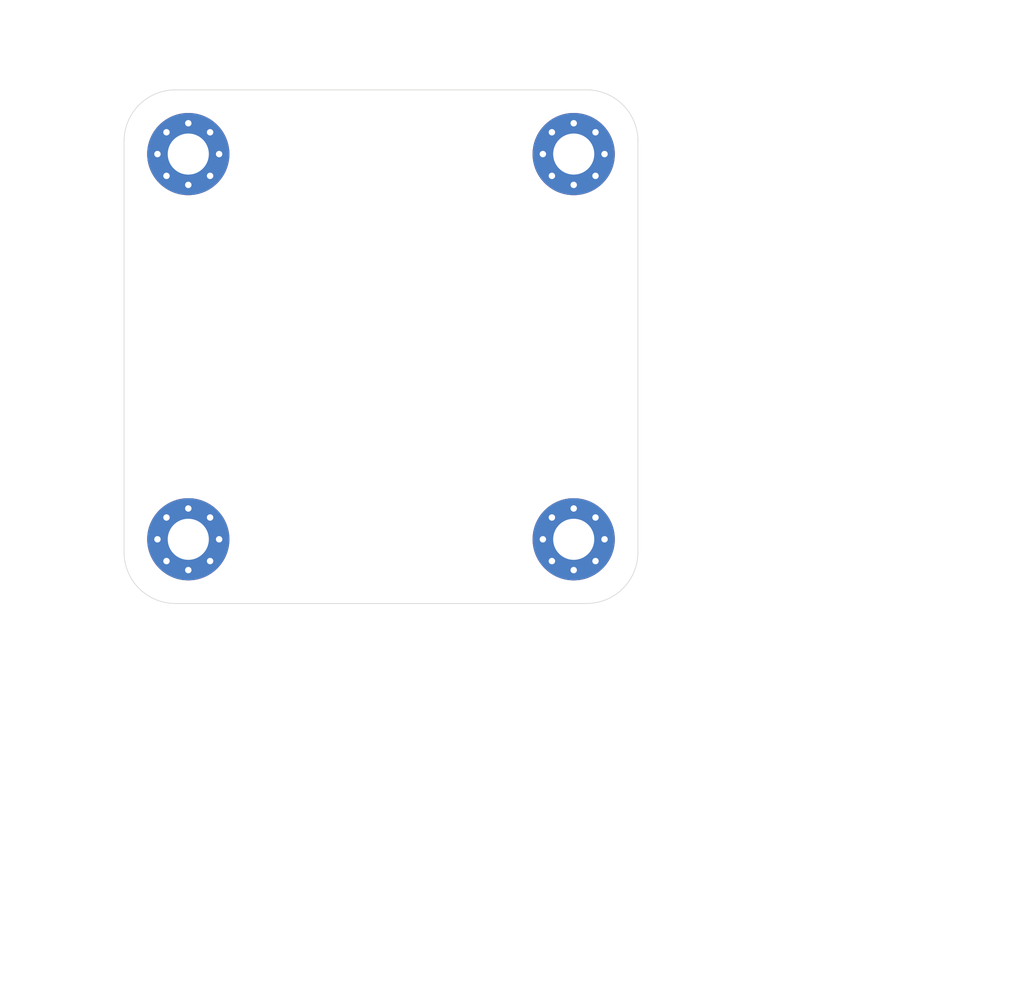
<source format=kicad_pcb>
(kicad_pcb (version 20241229) (generator "pcbnew") (generator_version "9.0")
  (layers (0 "F.Cu" signal) (4 "In1.Cu" signal) (6 "In2.Cu" signal) (2 "B.Cu" signal) (13 "F.Paste" user) (15 "B.Paste" user) (5 "F.SilkS" user "F.Silkscreen") (7 "B.SilkS" user "B.Silkscreen") (1 "F.Mask" user) (3 "B.Mask" user) (25 "Edge.Cuts" user))
  (net 0 "")
  (net 1 "GND")
  (footprint "MountingHole:MountingHole_3.2mm_M3_Pad_Via" (layer "F.Cu") (at 55 55)
    (property "Reference" "H1" (hide yes))
    (property "Value" "MountingHole_Pad")
    (pad "1" thru_hole circle (at -2.4 0) (size 0.8 0.8) (drill 0.5) (layers "*.Cu" "*.Mask") (net 1 "GND"))
    (pad "1" thru_hole circle (at -1.697056 -1.697056) (size 0.8 0.8) (drill 0.5) (layers "*.Cu" "*.Mask") (net 1 "GND"))
    (pad "1" thru_hole circle (at -1.697056 1.697056) (size 0.8 0.8) (drill 0.5) (layers "*.Cu" "*.Mask") (net 1 "GND"))
    (pad "1" thru_hole circle (at 0 -2.4) (size 0.8 0.8) (drill 0.5) (layers "*.Cu" "*.Mask") (net 1 "GND"))
    (pad "1" thru_hole circle (at 0 0) (size 6.4 6.4) (drill 3.2) (layers "*.Cu" "*.Mask") (net 1 "GND"))
    (pad "1" thru_hole circle (at 0 2.4) (size 0.8 0.8) (drill 0.5) (layers "*.Cu" "*.Mask") (net 1 "GND"))
    (pad "1" thru_hole circle (at 1.697056 -1.697056) (size 0.8 0.8) (drill 0.5) (layers "*.Cu" "*.Mask") (net 1 "GND"))
    (pad "1" thru_hole circle (at 1.697056 1.697056) (size 0.8 0.8) (drill 0.5) (layers "*.Cu" "*.Mask") (net 1 "GND"))
    (pad "1" thru_hole circle (at 2.4 0) (size 0.8 0.8) (drill 0.5) (layers "*.Cu" "*.Mask") (net 1 "GND"))
  )
  (footprint "MountingHole:MountingHole_3.2mm_M3_Pad_Via" (layer "F.Cu") (at 55 85)
    (property "Reference" "H3" (hide yes))
    (property "Value" "MountingHole_Pad")
    (pad "1" thru_hole circle (at -2.4 0) (size 0.8 0.8) (drill 0.5) (layers "*.Cu" "*.Mask") (net 1 "GND"))
    (pad "1" thru_hole circle (at -1.697056 -1.697056) (size 0.8 0.8) (drill 0.5) (layers "*.Cu" "*.Mask") (net 1 "GND"))
    (pad "1" thru_hole circle (at -1.697056 1.697056) (size 0.8 0.8) (drill 0.5) (layers "*.Cu" "*.Mask") (net 1 "GND"))
    (pad "1" thru_hole circle (at 0 -2.4) (size 0.8 0.8) (drill 0.5) (layers "*.Cu" "*.Mask") (net 1 "GND"))
    (pad "1" thru_hole circle (at 0 0) (size 6.4 6.4) (drill 3.2) (layers "*.Cu" "*.Mask") (net 1 "GND"))
    (pad "1" thru_hole circle (at 0 2.4) (size 0.8 0.8) (drill 0.5) (layers "*.Cu" "*.Mask") (net 1 "GND"))
    (pad "1" thru_hole circle (at 1.697056 -1.697056) (size 0.8 0.8) (drill 0.5) (layers "*.Cu" "*.Mask") (net 1 "GND"))
    (pad "1" thru_hole circle (at 1.697056 1.697056) (size 0.8 0.8) (drill 0.5) (layers "*.Cu" "*.Mask") (net 1 "GND"))
    (pad "1" thru_hole circle (at 2.4 0) (size 0.8 0.8) (drill 0.5) (layers "*.Cu" "*.Mask") (net 1 "GND"))
  )
  (footprint "MountingHole:MountingHole_3.2mm_M3_Pad_Via" (layer "F.Cu") (at 85 85)
    (property "Reference" "H4" (hide yes))
    (property "Value" "MountingHole_Pad")
    (pad "1" thru_hole circle (at -2.4 0) (size 0.8 0.8) (drill 0.5) (layers "*.Cu" "*.Mask") (net 1 "GND"))
    (pad "1" thru_hole circle (at -1.697056 -1.697056) (size 0.8 0.8) (drill 0.5) (layers "*.Cu" "*.Mask") (net 1 "GND"))
    (pad "1" thru_hole circle (at -1.697056 1.697056) (size 0.8 0.8) (drill 0.5) (layers "*.Cu" "*.Mask") (net 1 "GND"))
    (pad "1" thru_hole circle (at 0 -2.4) (size 0.8 0.8) (drill 0.5) (layers "*.Cu" "*.Mask") (net 1 "GND"))
    (pad "1" thru_hole circle (at 0 0) (size 6.4 6.4) (drill 3.2) (layers "*.Cu" "*.Mask") (net 1 "GND"))
    (pad "1" thru_hole circle (at 0 2.4) (size 0.8 0.8) (drill 0.5) (layers "*.Cu" "*.Mask") (net 1 "GND"))
    (pad "1" thru_hole circle (at 1.697056 -1.697056) (size 0.8 0.8) (drill 0.5) (layers "*.Cu" "*.Mask") (net 1 "GND"))
    (pad "1" thru_hole circle (at 1.697056 1.697056) (size 0.8 0.8) (drill 0.5) (layers "*.Cu" "*.Mask") (net 1 "GND"))
    (pad "1" thru_hole circle (at 2.4 0) (size 0.8 0.8) (drill 0.5) (layers "*.Cu" "*.Mask") (net 1 "GND"))
  )
  (footprint "MountingHole:MountingHole_3.2mm_M3_Pad_Via" (layer "F.Cu") (at 85 55)
    (property "Reference" "H2" (hide yes))
    (property "Value" "MountingHole_Pad")
    (pad "1" thru_hole circle (at -2.4 0) (size 0.8 0.8) (drill 0.5) (layers "*.Cu" "*.Mask") (net 1 "GND"))
    (pad "1" thru_hole circle (at -1.697056 -1.697056) (size 0.8 0.8) (drill 0.5) (layers "*.Cu" "*.Mask") (net 1 "GND"))
    (pad "1" thru_hole circle (at -1.697056 1.697056) (size 0.8 0.8) (drill 0.5) (layers "*.Cu" "*.Mask") (net 1 "GND"))
    (pad "1" thru_hole circle (at 0 -2.4) (size 0.8 0.8) (drill 0.5) (layers "*.Cu" "*.Mask") (net 1 "GND"))
    (pad "1" thru_hole circle (at 0 0) (size 6.4 6.4) (drill 3.2) (layers "*.Cu" "*.Mask") (net 1 "GND"))
    (pad "1" thru_hole circle (at 0 2.4) (size 0.8 0.8) (drill 0.5) (layers "*.Cu" "*.Mask") (net 1 "GND"))
    (pad "1" thru_hole circle (at 1.697056 -1.697056) (size 0.8 0.8) (drill 0.5) (layers "*.Cu" "*.Mask") (net 1 "GND"))
    (pad "1" thru_hole circle (at 1.697056 1.697056) (size 0.8 0.8) (drill 0.5) (layers "*.Cu" "*.Mask") (net 1 "GND"))
    (pad "1" thru_hole circle (at 2.4 0) (size 0.8 0.8) (drill 0.5) (layers "*.Cu" "*.Mask") (net 1 "GND"))
  )
  (gr_arc (start 86 50) (mid 88.828427 51.171573) (end 90 54) (stroke (width 0.05)) (layer "Edge.Cuts"))
  (gr_arc (start 50 54) (mid 51.171573 51.171573) (end 54 50) (stroke (width 0.05)) (layer "Edge.Cuts"))
  (gr_line (start 54 50) (end 86 50) (stroke (width 0.05)) (layer "Edge.Cuts"))
  (gr_line (start 90 54) (end 90 86) (stroke (width 0.05)) (layer "Edge.Cuts"))
  (gr_arc (start 54 90) (mid 51.171573 88.828427) (end 50 86) (stroke (width 0.05)) (layer "Edge.Cuts"))
  (gr_arc (start 90 86) (mid 88.828427 88.828427) (end 86 90) (stroke (width 0.05)) (layer "Edge.Cuts"))
  (gr_line (start 86 90) (end 54 90) (stroke (width 0.05)) (layer "Edge.Cuts"))
  (gr_line (start 50 86) (end 50 54) (stroke (width 0.05)) (layer "Edge.Cuts"))
)
</source>
